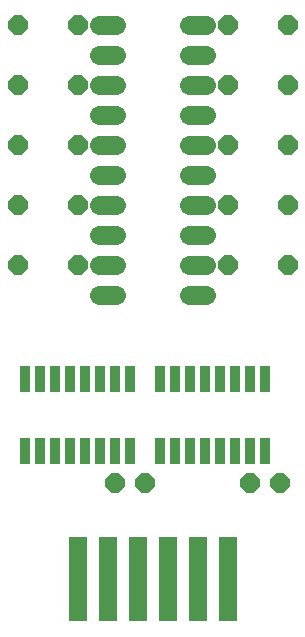
<source format=gts>
G75*
G70*
%OFA0B0*%
%FSLAX24Y24*%
%IPPOS*%
%LPD*%
%AMOC8*
5,1,8,0,0,1.08239X$1,22.5*
%
%ADD10OC8,0.0640*%
%ADD11R,0.0340X0.0880*%
%ADD12C,0.0640*%
%ADD13R,0.0600X0.2836*%
D10*
X004431Y004885D03*
X005431Y004885D03*
X008931Y004885D03*
X009931Y004885D03*
X010181Y012135D03*
X010181Y014135D03*
X010181Y016135D03*
X010181Y018135D03*
X010181Y020135D03*
X008181Y020135D03*
X008181Y018135D03*
X008181Y016135D03*
X008181Y014135D03*
X008181Y012135D03*
X003181Y012135D03*
X003181Y014135D03*
X003181Y016135D03*
X003181Y018135D03*
X003181Y020135D03*
X001181Y020135D03*
X001181Y018135D03*
X001181Y016135D03*
X001181Y014135D03*
X001181Y012135D03*
D11*
X001431Y005925D03*
X001931Y005925D03*
X002431Y005925D03*
X002931Y005925D03*
X003431Y005925D03*
X003931Y005925D03*
X004431Y005925D03*
X004931Y005925D03*
X005931Y005925D03*
X006431Y005925D03*
X006931Y005925D03*
X007431Y005925D03*
X007931Y005925D03*
X008431Y005925D03*
X008931Y005925D03*
X009431Y005925D03*
X009431Y008345D03*
X008931Y008345D03*
X008431Y008345D03*
X007931Y008345D03*
X007431Y008345D03*
X006931Y008345D03*
X006431Y008345D03*
X005931Y008345D03*
X004931Y008345D03*
X004431Y008345D03*
X003931Y008345D03*
X003431Y008345D03*
X002931Y008345D03*
X002431Y008345D03*
X001931Y008345D03*
X001431Y008345D03*
D12*
X003901Y011135D02*
X004461Y011135D01*
X004461Y012135D02*
X003901Y012135D01*
X003901Y013135D02*
X004461Y013135D01*
X004461Y014135D02*
X003901Y014135D01*
X003901Y015135D02*
X004461Y015135D01*
X004461Y016135D02*
X003901Y016135D01*
X003901Y017135D02*
X004461Y017135D01*
X004461Y018135D02*
X003901Y018135D01*
X003901Y019135D02*
X004461Y019135D01*
X004461Y020135D02*
X003901Y020135D01*
X006901Y020135D02*
X007461Y020135D01*
X007461Y019135D02*
X006901Y019135D01*
X006901Y018135D02*
X007461Y018135D01*
X007461Y017135D02*
X006901Y017135D01*
X006901Y016135D02*
X007461Y016135D01*
X007461Y015135D02*
X006901Y015135D01*
X006901Y014135D02*
X007461Y014135D01*
X007461Y013135D02*
X006901Y013135D01*
X006901Y012135D02*
X007461Y012135D01*
X007461Y011135D02*
X006901Y011135D01*
D13*
X007181Y001660D03*
X006181Y001660D03*
X005181Y001660D03*
X004181Y001660D03*
X003181Y001660D03*
X008181Y001660D03*
M02*

</source>
